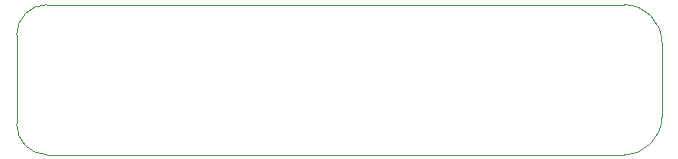
<source format=gbr>
G04 (created by PCBNEW (2013-07-07 BZR 4022)-stable) date 10/30/2014 10:02:59 AM*
%MOIN*%
G04 Gerber Fmt 3.4, Leading zero omitted, Abs format*
%FSLAX34Y34*%
G01*
G70*
G90*
G04 APERTURE LIST*
%ADD10C,0.00590551*%
%ADD11C,0.00393701*%
G04 APERTURE END LIST*
G54D10*
G54D11*
X50400Y-47900D02*
X50400Y-47400D01*
X71900Y-47700D02*
X71900Y-47200D01*
X50400Y-44950D02*
X50400Y-47450D01*
X71900Y-45200D02*
X71900Y-47200D01*
X51400Y-43950D02*
X70650Y-43950D01*
X70650Y-48950D02*
X51400Y-48950D01*
X70650Y-48950D02*
G75*
G03X71900Y-47700I0J1250D01*
G74*
G01*
X71900Y-45200D02*
G75*
G03X70650Y-43950I-1250J0D01*
G74*
G01*
X50400Y-47950D02*
G75*
G03X51400Y-48950I1000J0D01*
G74*
G01*
X51400Y-43950D02*
G75*
G03X50400Y-44950I0J-1000D01*
G74*
G01*
M02*

</source>
